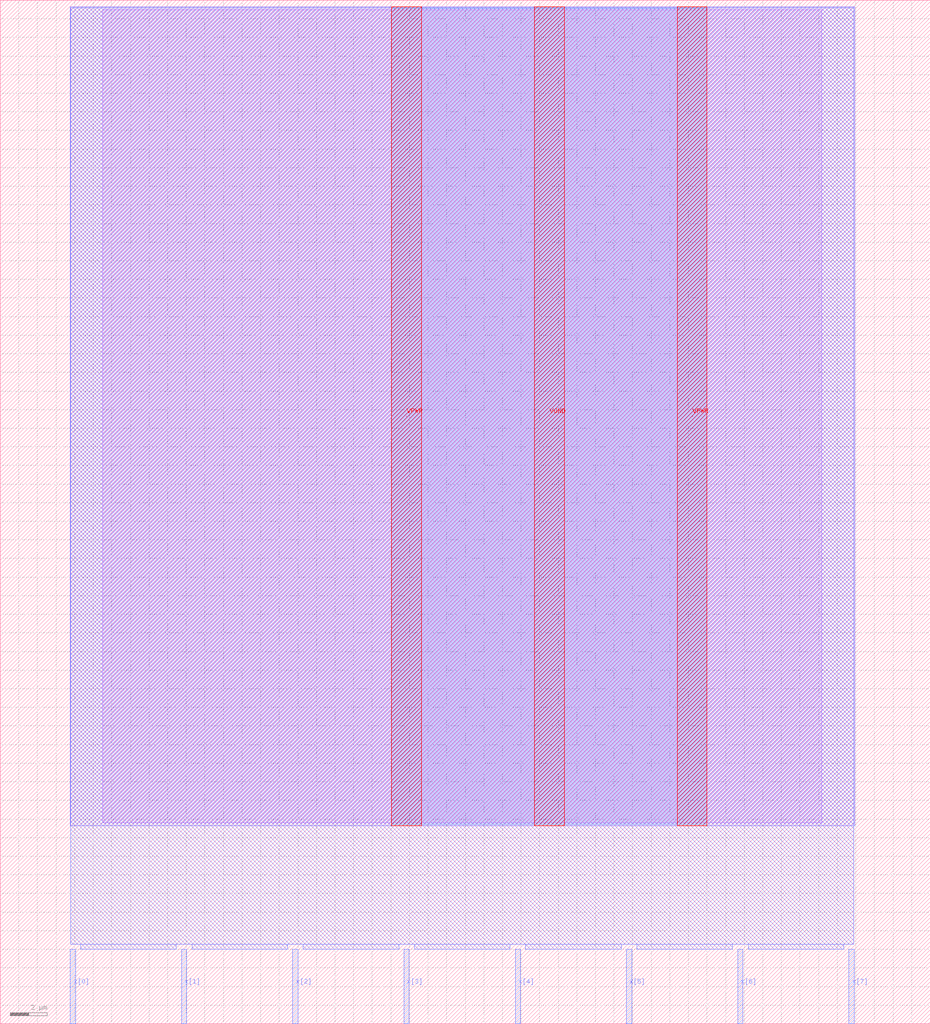
<source format=lef>
VERSION 5.7 ;
  NOWIREEXTENSIONATPIN ON ;
  DIVIDERCHAR "/" ;
  BUSBITCHARS "[]" ;
MACRO tie_array
  CLASS BLOCK ;
  FOREIGN tie_array ;
  ORIGIN 0.000 0.000 ;
  SIZE 50.000 BY 55.000 ;
  PIN VGND
    DIRECTION INOUT ;
    USE GROUND ;
    PORT
      LAYER met4 ;
        RECT 28.720 10.640 30.320 54.640 ;
    END
  END VGND
  PIN VPWR
    DIRECTION INOUT ;
    USE POWER ;
    PORT
      LAYER met4 ;
        RECT 21.040 10.640 22.640 54.640 ;
    END
    PORT
      LAYER met4 ;
        RECT 36.400 10.640 38.000 54.640 ;
    END
  END VPWR
  PIN x[0]
    DIRECTION OUTPUT TRISTATE ;
    USE SIGNAL ;
    PORT
      LAYER met2 ;
        RECT 3.770 0.000 4.050 4.000 ;
    END
  END x[0]
  PIN x[1]
    DIRECTION OUTPUT TRISTATE ;
    USE SIGNAL ;
    PORT
      LAYER met2 ;
        RECT 9.750 0.000 10.030 4.000 ;
    END
  END x[1]
  PIN x[2]
    DIRECTION OUTPUT TRISTATE ;
    USE SIGNAL ;
    PORT
      LAYER met2 ;
        RECT 15.730 0.000 16.010 4.000 ;
    END
  END x[2]
  PIN x[3]
    DIRECTION OUTPUT TRISTATE ;
    USE SIGNAL ;
    PORT
      LAYER met2 ;
        RECT 21.710 0.000 21.990 4.000 ;
    END
  END x[3]
  PIN x[4]
    DIRECTION OUTPUT TRISTATE ;
    USE SIGNAL ;
    PORT
      LAYER met2 ;
        RECT 27.690 0.000 27.970 4.000 ;
    END
  END x[4]
  PIN x[5]
    DIRECTION OUTPUT TRISTATE ;
    USE SIGNAL ;
    PORT
      LAYER met2 ;
        RECT 33.670 0.000 33.950 4.000 ;
    END
  END x[5]
  PIN x[6]
    DIRECTION OUTPUT TRISTATE ;
    USE SIGNAL ;
    PORT
      LAYER met2 ;
        RECT 39.650 0.000 39.930 4.000 ;
    END
  END x[6]
  PIN x[7]
    DIRECTION OUTPUT TRISTATE ;
    USE SIGNAL ;
    PORT
      LAYER met2 ;
        RECT 45.630 0.000 45.910 4.000 ;
    END
  END x[7]
  OBS
      LAYER li1 ;
        RECT 5.520 10.795 44.160 54.485 ;
      LAYER met1 ;
        RECT 3.750 10.640 45.930 54.640 ;
      LAYER met2 ;
        RECT 3.780 4.280 45.900 54.585 ;
        RECT 4.330 4.000 9.470 4.280 ;
        RECT 10.310 4.000 15.450 4.280 ;
        RECT 16.290 4.000 21.430 4.280 ;
        RECT 22.270 4.000 27.410 4.280 ;
        RECT 28.250 4.000 33.390 4.280 ;
        RECT 34.230 4.000 39.370 4.280 ;
        RECT 40.210 4.000 45.350 4.280 ;
      LAYER met3 ;
        RECT 21.050 10.715 37.990 54.565 ;
  END
END tie_array
END LIBRARY


</source>
